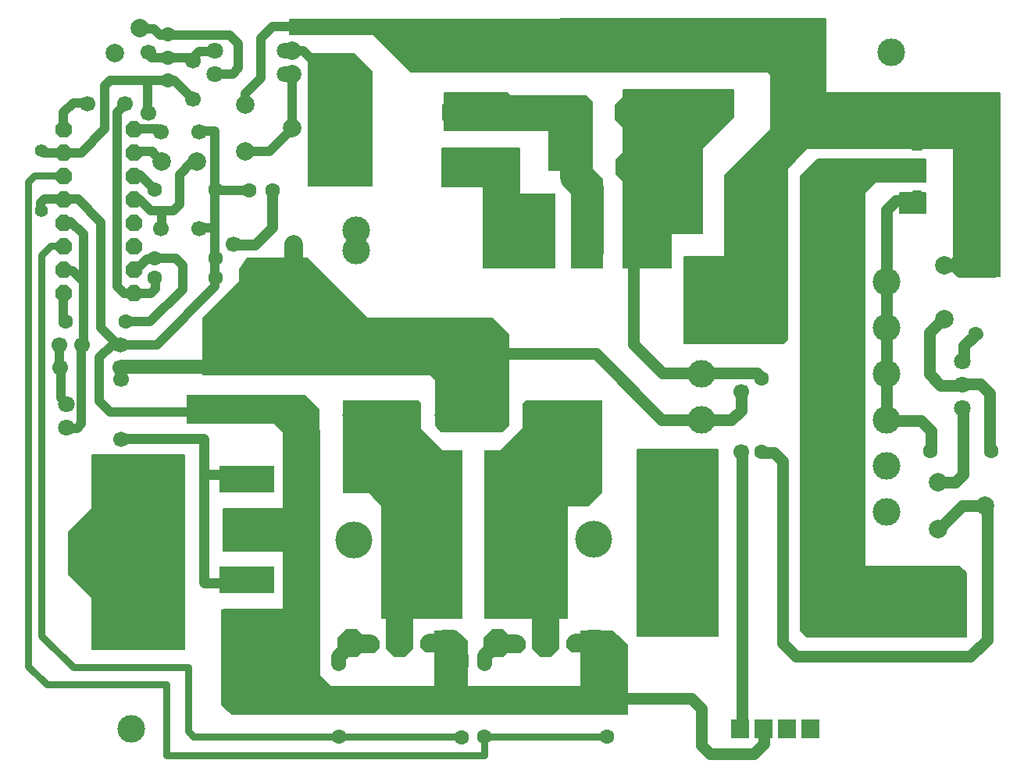
<source format=gbr>
%FSLAX34Y34*%
%MOMM*%
%LNSILK_TOP*%
G71*
G01*
%ADD10C, 4.00*%
%ADD11C, 1.80*%
%ADD12C, 3.00*%
%ADD13C, 2.50*%
%ADD14C, 2.00*%
%ADD15C, 0.00*%
%ADD16C, 5.00*%
%ADD17C, 1.30*%
%ADD18C, 2.00*%
%ADD19C, 3.50*%
%ADD20C, 3.00*%
%ADD21C, 0.22*%
%ADD22C, 0.15*%
%ADD23C, 1.70*%
%ADD24C, 1.60*%
%ADD25R, 9.90X9.90*%
%ADD26R, 6.00X3.00*%
%ADD27R, 5.00X4.00*%
%ADD28C, 1.10*%
%ADD29C, 3.50*%
%ADD30C, 1.60*%
%ADD31C, 3.00*%
%ADD32C, 3.00*%
%ADD33C, 1.60*%
%ADD34C, 0.10*%
%ADD35C, 1.70*%
%ADD36C, 1.40*%
%ADD37C, 1.60*%
%ADD38C, 1.00*%
%ADD39C, 2.00*%
%ADD40C, 1.50*%
%ADD41C, 1.80*%
%ADD42C, 0.80*%
%ADD43C, 1.20*%
%ADD44C, 2.00*%
%ADD45C, 1.80*%
%LPD*%
X359172Y-567928D02*
G54D10*
D03*
X619172Y-566928D02*
G54D10*
D03*
G36*
X1023176Y-671794D02*
X983176Y-671794D01*
X983176Y-631794D01*
X1023176Y-631794D01*
X1023176Y-671794D01*
G37*
G36*
X707676Y-671795D02*
X667676Y-671795D01*
X667676Y-631795D01*
X707676Y-631795D01*
X707676Y-671795D01*
G37*
X47856Y-420325D02*
G54D11*
D03*
X47856Y-445725D02*
G54D11*
D03*
X612066Y-431850D02*
G54D12*
D03*
X562066Y-431850D02*
G54D12*
D03*
X512066Y-431850D02*
G54D12*
D03*
X462066Y-431850D02*
G54D12*
D03*
X412066Y-431850D02*
G54D12*
D03*
X362066Y-431850D02*
G54D12*
D03*
X362066Y-253850D02*
G54D12*
D03*
X612066Y-431850D02*
G54D12*
D03*
X612066Y-253850D02*
G54D12*
D03*
X562066Y-253850D02*
G54D12*
D03*
X562066Y-231850D02*
G54D12*
D03*
X612066Y-231850D02*
G54D12*
D03*
X362066Y-231850D02*
G54D12*
D03*
G54D13*
X362066Y-431850D02*
X412066Y-431850D01*
G54D13*
X462066Y-431850D02*
X512066Y-431850D01*
G54D13*
X562066Y-431850D02*
X612066Y-431850D01*
G54D14*
X562066Y-253850D02*
X562066Y-231850D01*
G54D14*
X612066Y-253850D02*
X612066Y-231850D01*
G54D14*
X219075Y-365920D02*
X475061Y-365126D01*
X485775Y-375840D01*
X485775Y-431800D01*
X486569Y-432594D01*
G36*
X204788Y-375444D02*
X217885Y-388540D01*
X441722Y-388540D01*
X447278Y-394097D01*
X447278Y-443309D01*
X453628Y-449659D01*
X520700Y-449659D01*
X527447Y-442912D01*
X527447Y-344884D01*
X509588Y-327025D01*
X210741Y-327025D01*
X204788Y-332978D01*
X204788Y-375444D01*
G37*
G54D15*
X204788Y-375444D02*
X217885Y-388540D01*
X441722Y-388540D01*
X447278Y-394097D01*
X447278Y-443309D01*
X453628Y-449659D01*
X520700Y-449659D01*
X527447Y-442912D01*
X527447Y-344884D01*
X509588Y-327025D01*
X210741Y-327025D01*
X204788Y-332978D01*
X204788Y-375444D01*
X278610Y-287730D02*
G54D16*
D03*
G54D17*
X475060Y-162718D02*
X519906Y-162718D01*
X519510Y-216694D01*
X534194Y-231378D01*
X561975Y-231775D01*
G54D17*
X475060Y-103188D02*
X586581Y-103188D01*
X600472Y-117078D01*
X600472Y-174625D01*
X612378Y-186531D01*
X612378Y-232568D01*
X242005Y-145979D02*
G54D18*
D03*
X242005Y-95179D02*
G54D18*
D03*
X292804Y-120579D02*
G54D18*
D03*
G54D19*
X330200Y-162718D02*
X330200Y-103584D01*
G54D19*
X475059Y-102790D02*
X582216Y-102790D01*
X600075Y-120650D01*
X600075Y-173434D01*
X612378Y-185738D01*
X612378Y-254397D01*
G54D19*
X476250Y-162718D02*
X517922Y-162718D01*
X517525Y-211138D01*
X538559Y-232172D01*
X559594Y-232568D01*
X559594Y-254397D01*
X941788Y-38500D02*
G54D20*
D03*
X118270Y-772717D02*
G54D20*
D03*
G54D21*
X1047984Y-264258D02*
X1035540Y-258036D01*
X1047984Y-251814D01*
G54D21*
X1035540Y-247458D02*
X1047984Y-241236D01*
X1035540Y-235014D01*
G54D21*
X1040206Y-244970D02*
X1040206Y-237503D01*
G54D21*
X1035540Y-230658D02*
X1047984Y-230658D01*
X1035540Y-220703D01*
X1047984Y-220703D01*
G54D21*
X1037872Y-211368D02*
X1035540Y-205146D01*
G54D21*
X1045650Y-206391D02*
X1037872Y-206391D01*
X1036317Y-207636D01*
X1035540Y-210124D01*
X1035540Y-212613D01*
X1036317Y-215102D01*
X1037872Y-216346D01*
X1045650Y-216346D01*
X1047206Y-215102D01*
X1047984Y-212613D01*
X1047984Y-210124D01*
X1047206Y-207636D01*
X1045650Y-206391D01*
G54D21*
X1047984Y-200790D02*
X1037872Y-200790D01*
X1036317Y-199546D01*
X1035540Y-197057D01*
X1035540Y-194568D01*
X1036317Y-192080D01*
X1037872Y-190835D01*
X1047984Y-190835D01*
G54D21*
X1045650Y-176523D02*
X1037872Y-176523D01*
X1036317Y-177768D01*
X1035540Y-180256D01*
X1035540Y-182745D01*
X1036317Y-185234D01*
X1037872Y-186478D01*
X1045650Y-186478D01*
X1047206Y-185234D01*
X1047984Y-182745D01*
X1047984Y-180256D01*
X1047206Y-177768D01*
X1045650Y-176523D01*
G54D21*
X1037872Y-162211D02*
X1036317Y-163456D01*
X1035540Y-165944D01*
X1035540Y-168433D01*
X1036317Y-170922D01*
X1037872Y-172166D01*
X1045650Y-172166D01*
X1047206Y-170922D01*
X1047984Y-168433D01*
X1047984Y-165944D01*
X1047206Y-163456D01*
X1045650Y-162211D01*
G54D21*
X1037872Y-147899D02*
X1036317Y-149144D01*
X1035540Y-151632D01*
X1035540Y-154121D01*
X1036317Y-156610D01*
X1037872Y-157854D01*
X1045650Y-157854D01*
X1047206Y-156610D01*
X1047984Y-154121D01*
X1047984Y-151632D01*
X1047206Y-149144D01*
X1045650Y-147899D01*
G54D21*
X1047984Y-143542D02*
X1037872Y-143542D01*
X1036317Y-142298D01*
X1035540Y-139809D01*
X1035540Y-137320D01*
X1036317Y-134832D01*
X1037872Y-133587D01*
X1047984Y-133587D01*
G54D21*
X1045650Y-119275D02*
X1037872Y-119275D01*
X1036317Y-120520D01*
X1035540Y-123008D01*
X1035540Y-125497D01*
X1036317Y-127986D01*
X1037872Y-129230D01*
X1045650Y-129230D01*
X1047206Y-127986D01*
X1047984Y-125497D01*
X1047984Y-123008D01*
X1047206Y-120520D01*
X1045650Y-119275D01*
G54D21*
X1035540Y-114918D02*
X1047984Y-114918D01*
X1035540Y-104963D01*
X1047984Y-104963D01*
G54D21*
X1041762Y-95628D02*
X1041762Y-90651D01*
X1037872Y-90651D01*
X1036317Y-91896D01*
X1035540Y-94384D01*
X1035540Y-96873D01*
X1036317Y-99362D01*
X1037872Y-100606D01*
X1045650Y-100606D01*
X1047206Y-99362D01*
X1047984Y-96873D01*
X1047984Y-94384D01*
X1047206Y-91896D01*
X1045650Y-90651D01*
G36*
X305991Y-262334D02*
X305991Y-329803D01*
X252413Y-329803D01*
X252413Y-262334D01*
X305991Y-262334D01*
G37*
G54D22*
X305991Y-262334D02*
X305991Y-329803D01*
X252413Y-329803D01*
X252413Y-262334D01*
X305991Y-262334D01*
G54D14*
X662781Y-163116D02*
X662384Y-103584D01*
X41213Y-380369D02*
G54D23*
D03*
X106698Y-380369D02*
G54D23*
D03*
G36*
X495245Y-111546D02*
X483545Y-123246D01*
X466945Y-123246D01*
X455245Y-111546D01*
X455245Y-94946D01*
X466945Y-83246D01*
X483545Y-83246D01*
X495245Y-94946D01*
X495245Y-111546D01*
G37*
G36*
X350246Y-111546D02*
X338546Y-123246D01*
X321946Y-123246D01*
X310246Y-111546D01*
X310246Y-94946D01*
X321946Y-83246D01*
X338546Y-83246D01*
X350246Y-94946D01*
X350246Y-111546D01*
G37*
G36*
X495245Y-171077D02*
X483545Y-182777D01*
X466945Y-182777D01*
X455245Y-171077D01*
X455245Y-154477D01*
X466945Y-142777D01*
X483545Y-142777D01*
X495245Y-154477D01*
X495245Y-171077D01*
G37*
G36*
X350246Y-171077D02*
X338546Y-182777D01*
X321946Y-182777D01*
X310246Y-171077D01*
X310246Y-154477D01*
X321946Y-142777D01*
X338546Y-142777D01*
X350246Y-154477D01*
X350246Y-171077D01*
G37*
G36*
X682570Y-111546D02*
X670870Y-123246D01*
X654270Y-123246D01*
X642570Y-111546D01*
X642570Y-94946D01*
X654270Y-83246D01*
X670870Y-83246D01*
X682570Y-94946D01*
X682570Y-111546D01*
G37*
G36*
X537571Y-111546D02*
X525871Y-123246D01*
X509271Y-123246D01*
X497571Y-111546D01*
X497571Y-94946D01*
X509271Y-83246D01*
X525871Y-83246D01*
X537571Y-94946D01*
X537571Y-111546D01*
G37*
G36*
X682967Y-171077D02*
X671267Y-182777D01*
X654667Y-182777D01*
X642967Y-171077D01*
X642967Y-154477D01*
X654667Y-142777D01*
X671267Y-142777D01*
X682967Y-154477D01*
X682967Y-171077D01*
G37*
G36*
X537968Y-171077D02*
X526268Y-182777D01*
X509668Y-182777D01*
X497968Y-171077D01*
X497968Y-154477D01*
X509668Y-142777D01*
X526268Y-142777D01*
X537968Y-154477D01*
X537968Y-171077D01*
G37*
G36*
X959844Y-130839D02*
X965694Y-124989D01*
X973994Y-124989D01*
X979844Y-130839D01*
X979844Y-139139D01*
X973994Y-144989D01*
X965694Y-144989D01*
X959844Y-139139D01*
X959844Y-130839D01*
G37*
G36*
X959844Y-162590D02*
X965694Y-156740D01*
X973994Y-156740D01*
X979844Y-162590D01*
X979844Y-170890D01*
X973994Y-176740D01*
X965694Y-176740D01*
X959844Y-170890D01*
X959844Y-162590D01*
G37*
G36*
X959845Y-194338D02*
X965696Y-188490D01*
X973996Y-188490D01*
X979845Y-194342D01*
X979844Y-202642D01*
X973993Y-208490D01*
X965693Y-208490D01*
X959844Y-202638D01*
X959845Y-194338D01*
G37*
X271227Y-188014D02*
G54D24*
D03*
X245827Y-188014D02*
G54D24*
D03*
X294587Y-246832D02*
G54D23*
D03*
X229103Y-246832D02*
G54D23*
D03*
X999132Y-269676D02*
G54D18*
D03*
X999132Y-328017D02*
G54D18*
D03*
G36*
X538560Y-142875D02*
X538560Y-192484D01*
X577056Y-192484D01*
X577056Y-271860D01*
X499666Y-271860D01*
X499666Y-183753D01*
X454819Y-183753D01*
X454819Y-142875D01*
X538560Y-142875D01*
G37*
G54D22*
X538560Y-142875D02*
X538560Y-192484D01*
X577056Y-192484D01*
X577056Y-271860D01*
X499666Y-271860D01*
X499666Y-183753D01*
X454819Y-183753D01*
X454819Y-142875D01*
X538560Y-142875D01*
G36*
X569912Y-120253D02*
X570706Y-120253D01*
X570706Y-166290D01*
X595710Y-166290D01*
X595710Y-271860D01*
X629047Y-271860D01*
X629047Y-176609D01*
X628650Y-176609D01*
X617934Y-165894D01*
X617934Y-92472D01*
X611188Y-85725D01*
X529034Y-85725D01*
X525462Y-82153D01*
X457597Y-82153D01*
X457597Y-123428D01*
X570706Y-123428D01*
X570706Y-123825D01*
X569912Y-120253D01*
G37*
G54D22*
X569912Y-120253D02*
X570706Y-120253D01*
X570706Y-166290D01*
X595710Y-166290D01*
X595710Y-271860D01*
X629047Y-271860D01*
X629047Y-176609D01*
X628650Y-176609D01*
X617934Y-165894D01*
X617934Y-92472D01*
X611188Y-85725D01*
X529034Y-85725D01*
X525462Y-82153D01*
X457597Y-82153D01*
X457597Y-123428D01*
X570706Y-123428D01*
X570706Y-123825D01*
X569912Y-120253D01*
X125055Y-635944D02*
G54D25*
D03*
X243055Y-610444D02*
G54D26*
D03*
X257555Y-662444D02*
G54D27*
D03*
X125055Y-527200D02*
G54D25*
D03*
X243055Y-501700D02*
G54D26*
D03*
X257555Y-553700D02*
G54D27*
D03*
G36*
X215361Y-331281D02*
X223551Y-339471D01*
X223551Y-351091D01*
X215361Y-359281D01*
X203741Y-359281D01*
X195551Y-351091D01*
X195551Y-339471D01*
X203741Y-331281D01*
X215361Y-331281D01*
G37*
G36*
X215758Y-410657D02*
X223948Y-418847D01*
X223948Y-430467D01*
X215758Y-438657D01*
X204138Y-438657D01*
X195948Y-430467D01*
X195948Y-418847D01*
X204138Y-410657D01*
X215758Y-410657D01*
G37*
G54D14*
X255588Y-553641D02*
X312738Y-550069D01*
X312738Y-740172D01*
X313134Y-740570D01*
X644922Y-740966D01*
G54D14*
X254397Y-664766D02*
X311150Y-664766D01*
G54D14*
X209550Y-425450D02*
X288131Y-425450D01*
X312738Y-450056D01*
X312738Y-573484D01*
G54D28*
X197247Y-496888D02*
X250031Y-496888D01*
X250031Y-497284D01*
X753666Y-96838D02*
G54D29*
D03*
X828666Y-96838D02*
G54D29*
D03*
X343297Y-49212D02*
G54D18*
D03*
X463297Y-49212D02*
G54D18*
D03*
G54D17*
X342503Y-49610D02*
X321072Y-71040D01*
G54D17*
X329803Y-103188D02*
X329803Y-63500D01*
G54D17*
X753269Y-96044D02*
X663972Y-96044D01*
X663575Y-95647D01*
G54D17*
X827881Y-94853D02*
X827881Y-15081D01*
X824706Y-11906D01*
X456803Y-11906D01*
X455612Y-13097D01*
G54D17*
X970360Y-167084D02*
X878284Y-165497D01*
X869950Y-173038D01*
X870347Y-593328D01*
X926306Y-649288D01*
X1001712Y-650876D01*
X1005681Y-654844D01*
G54D17*
X662781Y-162719D02*
X662781Y-355203D01*
X694134Y-386556D01*
X796131Y-386556D01*
X801290Y-391716D01*
G54D14*
X736600Y-486569D02*
X736203Y-634206D01*
X717947Y-652462D01*
X690562Y-652462D01*
G54D17*
X828675Y-96838D02*
X1053306Y-96838D01*
X1053306Y-270272D01*
X998538Y-270272D01*
G54D17*
X969962Y-135334D02*
X969962Y-96838D01*
G54D17*
X736203Y-336947D02*
X736203Y-285750D01*
X800894Y-285750D01*
X984694Y-471190D02*
G54D30*
D03*
X1050178Y-471190D02*
G54D30*
D03*
G54D17*
X704056Y-206772D02*
X704056Y-205978D01*
X663972Y-205978D01*
G54D17*
X769144Y-206772D02*
X801290Y-206772D01*
G36*
X979090Y-178990D02*
X925116Y-178990D01*
X913210Y-190897D01*
X913210Y-596106D01*
X1015603Y-596106D01*
X1023144Y-603647D01*
X1023144Y-672306D01*
X850106Y-672306D01*
X843360Y-665560D01*
X843360Y-173434D01*
X862410Y-154384D01*
X979090Y-154384D01*
X979090Y-178990D01*
G37*
G54D22*
X979090Y-178990D02*
X925116Y-178990D01*
X913210Y-190897D01*
X913210Y-596106D01*
X1015603Y-596106D01*
X1023144Y-603647D01*
X1023144Y-672306D01*
X850106Y-672306D01*
X843360Y-665560D01*
X843360Y-173434D01*
X862410Y-154384D01*
X979090Y-154384D01*
X979090Y-178990D01*
G36*
X289719Y-2778D02*
X289719Y-18653D01*
X380603Y-18653D01*
X421481Y-59531D01*
X808038Y-59531D01*
X811610Y-63103D01*
X811610Y-122634D01*
X762000Y-172244D01*
X762000Y-260350D01*
X717947Y-260350D01*
X717947Y-354012D01*
X825500Y-354012D01*
X829072Y-350440D01*
X829072Y-164306D01*
X850503Y-142875D01*
X1009650Y-142875D01*
X1009650Y-275034D01*
X1016397Y-281781D01*
X1059260Y-281781D01*
X1059260Y-82550D01*
X871140Y-82550D01*
X871140Y-2381D01*
X289719Y-2778D01*
G37*
G54D22*
X289719Y-2778D02*
X289719Y-18653D01*
X380603Y-18653D01*
X421481Y-59531D01*
X808038Y-59531D01*
X811610Y-63103D01*
X811610Y-122634D01*
X762000Y-172244D01*
X762000Y-260350D01*
X717947Y-260350D01*
X717947Y-354012D01*
X825500Y-354012D01*
X829072Y-350440D01*
X829072Y-164306D01*
X850503Y-142875D01*
X1009650Y-142875D01*
X1009650Y-275034D01*
X1016397Y-281781D01*
X1059260Y-281781D01*
X1059260Y-82550D01*
X871140Y-82550D01*
X871140Y-2381D01*
X289719Y-2778D01*
G36*
X717153Y-469106D02*
X666750Y-469106D01*
X666750Y-671910D01*
X754062Y-671910D01*
X754062Y-469106D01*
X717153Y-469106D01*
G37*
G54D22*
X717153Y-469106D02*
X666750Y-469106D01*
X666750Y-671910D01*
X754062Y-671910D01*
X754062Y-469106D01*
X717153Y-469106D01*
G36*
X654050Y-83344D02*
X654050Y-84138D01*
X651272Y-86916D01*
X651272Y-272256D01*
X703262Y-272256D01*
X703262Y-234950D01*
X737394Y-234950D01*
X737394Y-142875D01*
X771128Y-109140D01*
X771128Y-79375D01*
X651272Y-79375D01*
X651272Y-87710D01*
X654050Y-83344D01*
G37*
G54D22*
X654050Y-83344D02*
X654050Y-84138D01*
X651272Y-86916D01*
X651272Y-272256D01*
X703262Y-272256D01*
X703262Y-234950D01*
X737394Y-234950D01*
X737394Y-142875D01*
X771128Y-109140D01*
X771128Y-79375D01*
X651272Y-79375D01*
X651272Y-87710D01*
X654050Y-83344D01*
X874313Y-176613D02*
G54D31*
D03*
X691748Y-131370D02*
G54D31*
D03*
G54D14*
X969566Y-166688D02*
X874316Y-166688D01*
G54D32*
X874712Y-169069D02*
X874712Y-586184D01*
X940594Y-652066D01*
X1002903Y-652066D01*
G54D14*
X735806Y-336550D02*
X735806Y-288528D01*
X769938Y-288528D01*
X794147Y-264319D01*
X794147Y-159544D01*
X828278Y-125412D01*
X828278Y-30162D01*
X462756Y-30162D01*
X462756Y-49610D01*
G54D14*
X969962Y-133747D02*
X969962Y-100012D01*
X828278Y-100012D01*
G54D14*
X753666Y-97234D02*
X665956Y-97234D01*
G36*
X710406Y-95250D02*
X710406Y-182960D01*
X654447Y-182960D01*
X654447Y-99219D01*
X704850Y-99219D01*
X710406Y-104775D01*
X710406Y-95250D01*
G37*
G54D22*
X710406Y-95250D02*
X710406Y-182960D01*
X654447Y-182960D01*
X654447Y-99219D01*
X704850Y-99219D01*
X710406Y-104775D01*
X710406Y-95250D01*
G36*
X310356Y-40481D02*
X359569Y-40481D01*
X378619Y-59531D01*
X378619Y-183356D01*
X310356Y-183356D01*
X310356Y-40481D01*
G37*
G54D22*
X310356Y-40481D02*
X359569Y-40481D01*
X378619Y-59531D01*
X378619Y-183356D01*
X310356Y-183356D01*
X310356Y-40481D01*
G54D14*
X330597Y-163116D02*
X330597Y-62706D01*
X343297Y-49212D01*
G36*
X175419Y-475060D02*
X175419Y-685800D01*
X75406Y-685800D01*
X75406Y-475060D01*
X175419Y-475060D01*
G37*
G54D22*
X175419Y-475060D02*
X175419Y-685800D01*
X75406Y-685800D01*
X75406Y-475060D01*
X175419Y-475060D01*
G54D28*
X197247Y-460375D02*
X197247Y-614362D01*
X237728Y-614362D01*
G54D32*
X209550Y-424656D02*
X284956Y-424656D01*
X304800Y-444500D01*
X304800Y-730647D01*
X315119Y-740966D01*
X639366Y-740569D01*
G36*
X217884Y-534194D02*
X291306Y-534194D01*
X291306Y-579438D01*
X217884Y-579438D01*
X217884Y-534194D01*
G37*
G54D22*
X217884Y-534194D02*
X291306Y-534194D01*
X291306Y-579438D01*
X217884Y-579438D01*
X217884Y-534194D01*
G36*
X217884Y-642938D02*
X291306Y-642938D01*
X291306Y-688181D01*
X217884Y-688181D01*
X217884Y-642938D01*
G37*
G54D22*
X217884Y-642938D02*
X291306Y-642938D01*
X291306Y-688181D01*
X217884Y-688181D01*
X217884Y-642938D01*
X74220Y-581810D02*
G54D16*
D03*
G54D22*
X50006Y-604440D02*
X50006Y-559197D01*
X75406Y-533797D01*
X75406Y-629444D01*
X75010Y-629840D01*
X50006Y-604838D01*
G36*
X50006Y-559197D02*
X75406Y-533797D01*
X75406Y-630238D01*
X50006Y-604838D01*
X50006Y-559197D01*
G37*
G54D22*
X50006Y-559197D02*
X75406Y-533797D01*
X75406Y-630238D01*
X50006Y-604838D01*
X50006Y-559197D01*
G36*
X477019Y-686080D02*
X468244Y-694854D01*
X455794Y-694854D01*
X447019Y-686080D01*
X447019Y-673630D01*
X455794Y-664854D01*
X468244Y-664854D01*
X477019Y-673630D01*
X477019Y-686080D01*
G37*
G36*
X423837Y-685682D02*
X415062Y-694458D01*
X402612Y-694458D01*
X393837Y-685682D01*
X393837Y-673232D01*
X402612Y-664458D01*
X415062Y-664458D01*
X423837Y-673232D01*
X423837Y-685682D01*
G37*
G36*
X371847Y-685682D02*
X363072Y-694458D01*
X350622Y-694458D01*
X341847Y-685682D01*
X341847Y-673232D01*
X350622Y-664458D01*
X363072Y-664458D01*
X371847Y-673232D01*
X371847Y-685682D01*
G37*
G36*
X367027Y-676488D02*
X372877Y-670638D01*
X381177Y-670638D01*
X387027Y-676488D01*
X387027Y-684788D01*
X381177Y-690638D01*
X372877Y-690638D01*
X367027Y-684788D01*
X367027Y-676488D01*
G37*
G36*
X431717Y-675694D02*
X437567Y-669844D01*
X445867Y-669844D01*
X451717Y-675694D01*
X451717Y-683994D01*
X445867Y-689844D01*
X437567Y-689844D01*
X431717Y-683994D01*
X431717Y-675694D01*
G37*
G36*
X635372Y-686080D02*
X626597Y-694854D01*
X614147Y-694854D01*
X605372Y-686080D01*
X605372Y-673630D01*
X614147Y-664854D01*
X626597Y-664854D01*
X635372Y-673630D01*
X635372Y-686080D01*
G37*
G36*
X582190Y-685683D02*
X573415Y-694458D01*
X560965Y-694458D01*
X552190Y-685683D01*
X552190Y-673233D01*
X560965Y-664458D01*
X573415Y-664458D01*
X582190Y-673233D01*
X582190Y-685683D01*
G37*
G36*
X530200Y-685683D02*
X521425Y-694458D01*
X508975Y-694458D01*
X500200Y-685683D01*
X500200Y-673233D01*
X508975Y-664458D01*
X521425Y-664458D01*
X530200Y-673233D01*
X530200Y-685683D01*
G37*
G36*
X525380Y-676488D02*
X531230Y-670638D01*
X539530Y-670638D01*
X545380Y-676488D01*
X545380Y-684788D01*
X539530Y-690638D01*
X531230Y-690638D01*
X525380Y-684788D01*
X525380Y-676488D01*
G37*
G36*
X590070Y-675694D02*
X595920Y-669844D01*
X604220Y-669844D01*
X610070Y-675694D01*
X610070Y-683994D01*
X604220Y-689844D01*
X595920Y-689844D01*
X590070Y-683994D01*
X590070Y-675694D01*
G37*
X342990Y-701184D02*
G54D30*
D03*
X342990Y-781352D02*
G54D30*
D03*
X475943Y-701977D02*
G54D30*
D03*
X475943Y-782146D02*
G54D30*
D03*
X500946Y-701183D02*
G54D30*
D03*
X500946Y-781352D02*
G54D30*
D03*
X633899Y-701183D02*
G54D30*
D03*
X633899Y-781352D02*
G54D30*
D03*
G54D14*
X377031Y-680640D02*
X354012Y-680640D01*
G54D14*
X441722Y-679847D02*
X462756Y-679847D01*
G54D14*
X535384Y-680640D02*
X516334Y-680640D01*
G54D14*
X600075Y-679847D02*
X621903Y-679847D01*
G54D33*
X342900Y-701278D02*
X342900Y-693738D01*
X356790Y-679847D01*
G54D33*
X500856Y-701278D02*
X500856Y-693340D01*
X514747Y-679450D01*
G54D33*
X475853Y-702072D02*
X475853Y-693738D01*
X462360Y-680244D01*
G54D33*
X633810Y-701278D02*
X633810Y-692944D01*
X620712Y-679847D01*
G54D33*
X408781Y-679450D02*
X408781Y-457597D01*
X385366Y-434181D01*
G54D33*
X567134Y-679450D02*
X567134Y-452834D01*
X588169Y-431800D01*
G36*
X429022Y-416322D02*
X431403Y-418703D01*
X431403Y-446881D01*
X454819Y-470297D01*
X476647Y-470297D01*
X476647Y-652462D01*
X389334Y-652462D01*
X389334Y-530225D01*
X375444Y-516334D01*
X347266Y-516334D01*
X347266Y-416322D01*
X429022Y-416322D01*
G37*
G54D34*
X429022Y-416322D02*
X431403Y-418703D01*
X431403Y-446881D01*
X454819Y-470297D01*
X476647Y-470297D01*
X476647Y-652462D01*
X389334Y-652462D01*
X389334Y-530225D01*
X375444Y-516334D01*
X347266Y-516334D01*
X347266Y-416322D01*
X429022Y-416322D01*
G54D34*
X554831Y-416322D02*
X627460Y-416322D01*
X627460Y-515938D01*
X613172Y-530225D01*
X591344Y-530225D01*
X590550Y-529431D01*
X591344Y-530225D01*
X590550Y-530225D01*
X590550Y-652066D01*
X500856Y-652066D01*
X500856Y-470297D01*
X518319Y-470297D01*
X542528Y-446088D01*
X542528Y-419497D01*
X545703Y-416322D01*
X556419Y-416322D01*
G36*
X542528Y-419497D02*
X545703Y-416322D01*
X627460Y-416322D01*
X627460Y-515938D01*
X613172Y-530225D01*
X590550Y-530225D01*
X590550Y-652066D01*
X500856Y-652066D01*
X500856Y-470297D01*
X518319Y-470297D01*
X542528Y-446088D01*
X542528Y-419497D01*
X545703Y-416322D01*
X542528Y-419497D01*
G37*
G54D34*
X542528Y-419497D02*
X545703Y-416322D01*
X627460Y-416322D01*
X627460Y-515938D01*
X613172Y-530225D01*
X590550Y-530225D01*
X590550Y-652066D01*
X500856Y-652066D01*
X500856Y-470297D01*
X518319Y-470297D01*
X542528Y-446088D01*
X542528Y-419497D01*
X545703Y-416322D01*
X542528Y-419497D01*
G54D32*
X408781Y-679450D02*
X408781Y-431800D01*
G54D32*
X567134Y-679450D02*
X567134Y-433388D01*
G36*
X393700Y-652462D02*
X389334Y-652462D01*
X389334Y-446881D01*
X347266Y-446881D01*
X347266Y-416322D01*
X427038Y-416322D01*
X427038Y-652462D01*
X389334Y-652462D01*
X393700Y-652462D01*
G37*
G54D34*
X393700Y-652462D02*
X389334Y-652462D01*
X389334Y-446881D01*
X347266Y-446881D01*
X347266Y-416322D01*
X427038Y-416322D01*
X427038Y-652462D01*
X389334Y-652462D01*
X393700Y-652462D01*
G36*
X582612Y-652066D02*
X588962Y-652066D01*
X588962Y-446881D01*
X627460Y-446881D01*
X627460Y-416322D01*
X547290Y-416322D01*
X547290Y-652066D01*
X588962Y-652066D01*
X582612Y-652066D01*
G37*
G54D34*
X582612Y-652066D02*
X588962Y-652066D01*
X588962Y-446881D01*
X627460Y-446881D01*
X627460Y-416322D01*
X547290Y-416322D01*
X547290Y-652066D01*
X588962Y-652066D01*
X582612Y-652066D01*
G36*
X178594Y-410369D02*
X178594Y-440928D01*
X271860Y-440928D01*
X282178Y-451247D01*
X282178Y-642938D01*
X215900Y-642938D01*
X215900Y-746125D01*
X226219Y-756444D01*
X655638Y-756444D01*
X655638Y-681434D01*
X639762Y-665560D01*
X604838Y-665560D01*
X604838Y-725884D01*
X481806Y-725884D01*
X481806Y-676672D01*
X470694Y-665560D01*
X446484Y-665560D01*
X446484Y-725884D01*
X333772Y-725884D01*
X321072Y-713184D01*
X321072Y-425053D01*
X306388Y-410369D01*
X178594Y-410369D01*
G37*
G54D34*
X178594Y-410369D02*
X178594Y-440928D01*
X271860Y-440928D01*
X282178Y-451247D01*
X282178Y-642938D01*
X215900Y-642938D01*
X215900Y-746125D01*
X226219Y-756444D01*
X655638Y-756444D01*
X655638Y-681434D01*
X639762Y-665560D01*
X604838Y-665560D01*
X604838Y-725884D01*
X481806Y-725884D01*
X481806Y-676672D01*
X470694Y-665560D01*
X446484Y-665560D01*
X446484Y-725884D01*
X333772Y-725884D01*
X321072Y-713184D01*
X321072Y-425053D01*
X306388Y-410369D01*
X178594Y-410369D01*
G36*
X979090Y-154384D02*
X979090Y-178990D01*
X925116Y-178990D01*
X875903Y-228203D01*
X843360Y-195660D01*
X843360Y-173831D01*
X862806Y-154384D01*
X979090Y-154384D01*
G37*
G54D22*
X979090Y-154384D02*
X979090Y-178990D01*
X925116Y-178990D01*
X875903Y-228203D01*
X843360Y-195660D01*
X843360Y-173831D01*
X862806Y-154384D01*
X979090Y-154384D01*
G36*
X951310Y-190500D02*
X951310Y-213122D01*
X979090Y-213122D01*
X979090Y-190500D01*
X951310Y-190500D01*
G37*
G54D22*
X951310Y-190500D02*
X951310Y-213122D01*
X979090Y-213122D01*
X979090Y-190500D01*
X951310Y-190500D01*
G36*
X130396Y-303466D02*
X125130Y-308732D01*
X117660Y-308732D01*
X112396Y-303466D01*
X112396Y-295996D01*
X117660Y-290732D01*
X125130Y-290732D01*
X130396Y-295996D01*
X130396Y-303466D01*
G37*
G36*
X130396Y-278066D02*
X125131Y-283332D01*
X117661Y-283332D01*
X112396Y-278066D01*
X112396Y-270596D01*
X117661Y-265332D01*
X125131Y-265332D01*
X130396Y-270596D01*
X130396Y-278066D01*
G37*
G36*
X130396Y-252667D02*
X125130Y-257932D01*
X117660Y-257932D01*
X112396Y-252667D01*
X112396Y-245197D01*
X117660Y-239932D01*
X125130Y-239932D01*
X130396Y-245197D01*
X130396Y-252667D01*
G37*
G36*
X130396Y-227266D02*
X125130Y-232532D01*
X117660Y-232532D01*
X112396Y-227266D01*
X112396Y-219796D01*
X117660Y-214532D01*
X125130Y-214532D01*
X130396Y-219796D01*
X130396Y-227266D01*
G37*
G36*
X54196Y-303467D02*
X48931Y-308732D01*
X41461Y-308732D01*
X36196Y-303467D01*
X36196Y-295997D01*
X41461Y-290732D01*
X48931Y-290732D01*
X54196Y-295997D01*
X54196Y-303467D01*
G37*
G36*
X54196Y-278066D02*
X48930Y-283332D01*
X41460Y-283332D01*
X36196Y-278066D01*
X36196Y-270596D01*
X41460Y-265332D01*
X48930Y-265332D01*
X54196Y-270596D01*
X54196Y-278066D01*
G37*
G36*
X54196Y-252667D02*
X48930Y-257932D01*
X41460Y-257932D01*
X36196Y-252667D01*
X36196Y-245197D01*
X41460Y-239932D01*
X48930Y-239932D01*
X54196Y-245197D01*
X54196Y-252667D01*
G37*
G36*
X54196Y-227266D02*
X48930Y-232532D01*
X41460Y-232532D01*
X36196Y-227266D01*
X36196Y-219796D01*
X41460Y-214532D01*
X48930Y-214532D01*
X54196Y-219796D01*
X54196Y-227266D01*
G37*
G36*
X130396Y-201866D02*
X125131Y-207132D01*
X117661Y-207132D01*
X112396Y-201866D01*
X112396Y-194396D01*
X117661Y-189132D01*
X125131Y-189132D01*
X130396Y-194396D01*
X130396Y-201866D01*
G37*
G36*
X54196Y-201866D02*
X48930Y-207132D01*
X41460Y-207132D01*
X36196Y-201866D01*
X36196Y-194396D01*
X41460Y-189132D01*
X48930Y-189132D01*
X54196Y-194396D01*
X54196Y-201866D01*
G37*
G36*
X130396Y-176466D02*
X125131Y-181732D01*
X117661Y-181732D01*
X112396Y-176466D01*
X112396Y-168996D01*
X117661Y-163732D01*
X125131Y-163732D01*
X130396Y-168996D01*
X130396Y-176466D01*
G37*
G36*
X130396Y-151066D02*
X125130Y-156332D01*
X117660Y-156332D01*
X112396Y-151066D01*
X112396Y-143596D01*
X117660Y-138332D01*
X125130Y-138332D01*
X130396Y-143596D01*
X130396Y-151066D01*
G37*
G36*
X54196Y-176466D02*
X48930Y-181732D01*
X41460Y-181732D01*
X36196Y-176466D01*
X36196Y-168996D01*
X41460Y-163732D01*
X48930Y-163732D01*
X54196Y-168996D01*
X54196Y-176466D01*
G37*
G36*
X54196Y-151066D02*
X48931Y-156332D01*
X41461Y-156332D01*
X36196Y-151066D01*
X36196Y-143596D01*
X41461Y-138332D01*
X48931Y-138332D01*
X54196Y-143596D01*
X54196Y-151066D01*
G37*
G36*
X130396Y-125666D02*
X125131Y-130932D01*
X117661Y-130932D01*
X112396Y-125666D01*
X112396Y-118196D01*
X117661Y-112932D01*
X125131Y-112932D01*
X130396Y-118196D01*
X130396Y-125666D01*
G37*
G36*
X54196Y-125666D02*
X48931Y-130932D01*
X41461Y-130932D01*
X36196Y-125666D01*
X36196Y-118196D01*
X41461Y-112932D01*
X48931Y-112932D01*
X54196Y-118196D01*
X54196Y-125666D01*
G37*
X150526Y-125122D02*
G54D35*
D03*
X191800Y-125122D02*
G54D35*
D03*
X150526Y-229500D02*
G54D35*
D03*
X191801Y-229500D02*
G54D35*
D03*
X46976Y-330657D02*
G54D30*
D03*
X112460Y-330657D02*
G54D30*
D03*
X20385Y-210800D02*
G54D36*
D03*
X20385Y-145316D02*
G54D36*
D03*
X143788Y-283574D02*
G54D30*
D03*
X209272Y-283574D02*
G54D30*
D03*
X70357Y-94166D02*
G54D35*
D03*
X111632Y-94166D02*
G54D35*
D03*
X158088Y-19148D02*
G54D37*
D03*
X158088Y-44148D02*
G54D37*
D03*
X158088Y-69148D02*
G54D37*
D03*
X64800Y-355706D02*
G54D35*
D03*
X106076Y-355706D02*
G54D35*
D03*
G54D38*
X106760Y-380206D02*
X106760Y-394890D01*
G54D28*
X197247Y-460375D02*
X197247Y-457994D01*
X107156Y-457994D01*
G54D38*
X64294Y-356394D02*
X64294Y-441722D01*
X59531Y-446484D01*
X48022Y-446484D01*
X47625Y-446088D01*
G54D38*
X106362Y-355600D02*
X97631Y-355600D01*
X83344Y-369888D01*
X83344Y-416719D01*
X95647Y-429022D01*
X212725Y-429022D01*
X216694Y-432990D01*
G54D38*
X41672Y-381000D02*
X41672Y-413940D01*
X48022Y-420290D01*
G54D38*
X105966Y-355600D02*
X146050Y-355600D01*
X208756Y-292894D01*
X208756Y-124222D01*
X143788Y-261746D02*
G54D30*
D03*
X209272Y-261746D02*
G54D30*
D03*
X143788Y-187133D02*
G54D30*
D03*
X209272Y-187133D02*
G54D30*
D03*
X151306Y-157446D02*
G54D39*
D03*
X189405Y-157446D02*
G54D39*
D03*
G54D38*
X121444Y-300038D02*
X138906Y-300038D01*
X144066Y-294878D01*
X144066Y-283766D01*
G54D38*
X121840Y-275431D02*
X122634Y-275431D01*
X134938Y-263128D01*
X143272Y-263128D01*
X143669Y-262731D01*
G54D38*
X121840Y-198040D02*
X126206Y-198040D01*
X138906Y-210740D01*
X147638Y-210740D01*
X150812Y-213916D01*
X150812Y-228600D01*
X150416Y-228997D01*
G54D38*
X191690Y-229394D02*
X207962Y-229394D01*
G54D38*
X121840Y-171450D02*
X127794Y-171450D01*
X143669Y-187325D01*
G54D38*
X121444Y-146447D02*
X140890Y-146447D01*
X150416Y-157560D01*
G54D38*
X149225Y-125412D02*
X149225Y-123825D01*
X146844Y-121444D01*
X123428Y-121444D01*
X123031Y-121840D01*
G54D38*
X191294Y-123825D02*
X208756Y-123825D01*
G54D38*
X70247Y-93266D02*
X55166Y-93266D01*
X44847Y-103584D01*
X44847Y-122634D01*
X46038Y-123825D01*
G54D38*
X111522Y-94853D02*
X111522Y-95250D01*
X103188Y-103584D01*
X103188Y-292894D01*
X110331Y-300038D01*
X125016Y-300038D01*
G54D38*
X44450Y-221853D02*
X51990Y-221853D01*
X66278Y-236140D01*
X66278Y-357584D01*
X65881Y-357981D01*
G54D38*
X45640Y-275431D02*
X54372Y-275431D01*
X66278Y-287338D01*
G54D38*
X44847Y-299640D02*
X44847Y-329010D01*
X47228Y-331390D01*
G54D38*
X144066Y-262334D02*
X166290Y-262334D01*
X173831Y-269875D01*
X173831Y-295672D01*
X138510Y-330994D01*
X112712Y-330994D01*
G54D38*
X45244Y-147638D02*
X23019Y-147638D01*
X20240Y-144860D01*
G54D38*
X19844Y-211138D02*
X19844Y-202010D01*
X24210Y-197644D01*
X45244Y-197644D01*
X46434Y-198834D01*
G54D38*
X46038Y-198040D02*
X60325Y-198040D01*
X85328Y-223044D01*
X85328Y-337344D01*
X101997Y-354012D01*
G54D40*
X107950Y-379810D02*
X451644Y-379810D01*
X206772Y-379810D01*
X100193Y-39438D02*
G54D39*
D03*
X127134Y-12498D02*
G54D39*
D03*
X284876Y-62240D02*
G54D41*
D03*
X284876Y-36840D02*
G54D41*
D03*
X208676Y-62240D02*
G54D41*
D03*
X208676Y-36840D02*
G54D41*
D03*
G54D38*
X158353Y-44450D02*
X184944Y-44450D01*
X192088Y-37306D01*
X210740Y-37306D01*
G54D38*
X158750Y-19844D02*
X225028Y-19844D01*
X234156Y-28972D01*
X234156Y-55562D01*
X227806Y-61912D01*
X209153Y-61912D01*
X185450Y-48128D02*
G54D35*
D03*
X185450Y-89403D02*
G54D35*
D03*
G54D38*
X158353Y-68660D02*
X164306Y-68660D01*
X186134Y-90488D01*
G54D38*
X159544Y-68660D02*
X95647Y-68660D01*
X89694Y-74612D01*
X89694Y-121840D01*
X63897Y-147638D01*
X46038Y-147638D01*
X45640Y-148034D01*
G54D38*
X158353Y-44450D02*
X140097Y-44450D01*
X136525Y-40878D01*
G54D38*
X136128Y-104775D02*
X136128Y-69453D01*
G54D38*
X158750Y-19844D02*
X149622Y-19844D01*
X142478Y-12700D01*
X128588Y-12700D01*
X127000Y-14288D01*
G54D38*
X285353Y-36512D02*
X304006Y-36512D01*
X323056Y-55562D01*
G54D38*
X241697Y-146050D02*
X268288Y-146050D01*
X292894Y-121444D01*
X292894Y-69453D01*
X285353Y-61912D01*
G54D38*
X241697Y-95647D02*
X241697Y-83344D01*
X258762Y-66278D01*
X258762Y-23416D01*
X271462Y-10716D01*
X337344Y-10716D01*
X337740Y-10319D01*
G54D42*
X45640Y-172244D02*
X13494Y-172244D01*
X6350Y-179388D01*
X6350Y-704453D01*
X26590Y-724694D01*
X155972Y-724694D01*
X155972Y-801290D01*
X501253Y-801290D01*
X501253Y-781447D01*
X634603Y-781447D01*
G54D42*
X45244Y-248840D02*
X30956Y-248840D01*
X21034Y-258762D01*
X21034Y-671910D01*
X55166Y-706040D01*
X179784Y-706040D01*
X179784Y-775494D01*
X185738Y-781447D01*
G54D42*
X475853Y-781447D02*
X185738Y-781447D01*
X184547Y-780256D01*
G36*
X251619Y-261540D02*
X308769Y-261540D01*
X373856Y-326628D01*
X509588Y-326628D01*
X527447Y-344488D01*
X527447Y-388540D01*
X195262Y-388540D01*
X195262Y-326628D01*
X234950Y-286940D01*
X234950Y-273844D01*
X243681Y-261540D01*
X254000Y-261540D01*
X251619Y-261540D01*
G37*
G54D15*
X251619Y-261540D02*
X308769Y-261540D01*
X373856Y-326628D01*
X509588Y-326628D01*
X527447Y-344488D01*
X527447Y-388540D01*
X195262Y-388540D01*
X195262Y-326628D01*
X234950Y-286940D01*
X234950Y-273844D01*
X243681Y-261540D01*
X254000Y-261540D01*
X251619Y-261540D01*
G36*
X195262Y-326628D02*
X243681Y-326628D01*
X243681Y-261540D01*
X243681Y-326628D01*
X509588Y-326628D01*
X195262Y-326628D01*
G37*
G54D15*
X195262Y-326628D02*
X243681Y-326628D01*
X243681Y-261540D01*
X243681Y-326628D01*
X509588Y-326628D01*
X195262Y-326628D01*
G54D14*
X294481Y-246856D02*
X294481Y-294878D01*
G54D43*
X271066Y-188119D02*
X271066Y-229394D01*
X252810Y-247650D01*
X230188Y-247650D01*
X229790Y-248047D01*
G54D38*
X245666Y-188516D02*
X209947Y-188516D01*
X136557Y-38658D02*
G54D35*
D03*
X136557Y-104142D02*
G54D35*
D03*
G54D38*
X188912Y-157560D02*
X183753Y-157560D01*
X170260Y-171053D01*
X170260Y-203994D01*
X163512Y-210740D01*
X143272Y-210740D01*
X106904Y-458450D02*
G54D23*
D03*
X106904Y-392966D02*
G54D23*
D03*
X800984Y-392018D02*
G54D30*
D03*
X800984Y-472186D02*
G54D30*
D03*
X707560Y-206972D02*
G54D30*
D03*
X787730Y-206972D02*
G54D30*
D03*
G36*
X548481Y-192088D02*
X577453Y-192088D01*
X577453Y-272256D01*
X545306Y-272256D01*
X545306Y-192088D01*
X554434Y-192088D01*
X548481Y-192088D01*
G37*
G54D15*
X548481Y-192088D02*
X577453Y-192088D01*
X577453Y-272256D01*
X545306Y-272256D01*
X545306Y-192088D01*
X554434Y-192088D01*
X548481Y-192088D01*
G36*
X599678Y-192088D02*
X628650Y-192088D01*
X628650Y-272256D01*
X596503Y-272256D01*
X596503Y-192088D01*
X605631Y-192088D01*
X599678Y-192088D01*
G37*
G54D15*
X599678Y-192088D02*
X628650Y-192088D01*
X628650Y-272256D01*
X596503Y-272256D01*
X596503Y-192088D01*
X605631Y-192088D01*
X599678Y-192088D01*
X40481Y-355600D02*
G54D35*
D03*
G54D38*
X40481Y-355600D02*
X40481Y-379016D01*
X42069Y-380603D01*
X633412Y-49610D02*
G54D18*
D03*
G54D14*
X633412Y-49610D02*
X633412Y-32147D01*
X292252Y-36886D02*
G54D44*
D03*
X292252Y-62286D02*
G54D44*
D03*
X736600Y-537314D02*
G54D12*
D03*
X736600Y-487307D02*
G54D12*
D03*
X736600Y-437301D02*
G54D12*
D03*
X736600Y-387295D02*
G54D12*
D03*
X736600Y-287282D02*
G54D12*
D03*
X736600Y-337288D02*
G54D12*
D03*
X936624Y-537314D02*
G54D12*
D03*
X936624Y-487307D02*
G54D12*
D03*
X936624Y-437301D02*
G54D12*
D03*
X936624Y-387295D02*
G54D12*
D03*
X936625Y-287282D02*
G54D12*
D03*
X936624Y-337288D02*
G54D12*
D03*
G54D17*
X998538Y-270272D02*
X1010840Y-270272D01*
X1016794Y-276225D01*
X1052910Y-276225D01*
G54D17*
X998538Y-270272D02*
X1007269Y-270272D01*
X1017588Y-259953D01*
X1033552Y-264224D02*
G54D30*
D03*
X1033552Y-344393D02*
G54D30*
D03*
G54D17*
X1035050Y-344090D02*
X1033860Y-344090D01*
X1020762Y-357188D01*
X1020762Y-375047D01*
X1020762Y-373856D01*
X992961Y-555466D02*
G54D18*
D03*
X992961Y-504666D02*
G54D18*
D03*
X1043761Y-530066D02*
G54D18*
D03*
X1018789Y-424409D02*
G54D45*
D03*
X1018789Y-399009D02*
G54D45*
D03*
X1018789Y-373609D02*
G54D45*
D03*
G54D17*
X1019572Y-423466D02*
X1019572Y-496888D01*
X1011238Y-505222D01*
X995362Y-505222D01*
X993378Y-503238D01*
G54D17*
X1018778Y-398462D02*
X1038225Y-398462D01*
X1048544Y-408781D01*
X1048544Y-469503D01*
X1050528Y-471488D01*
G54D17*
X985044Y-471090D02*
X985044Y-449262D01*
X974328Y-438547D01*
X940990Y-438547D01*
X936625Y-434181D01*
X936625Y-209947D01*
X947340Y-199231D01*
X970360Y-199231D01*
X972740Y-201612D01*
G54D17*
X998934Y-328612D02*
X996950Y-328612D01*
X983060Y-342503D01*
X983060Y-387350D01*
X995362Y-399653D01*
X1020762Y-399653D01*
G54D17*
X800894Y-472678D02*
X815181Y-472678D01*
X824310Y-481806D01*
X824310Y-679450D01*
X838994Y-694134D01*
X1027510Y-694134D01*
X1045766Y-675878D01*
X1045766Y-531416D01*
X1044575Y-530225D01*
X1018778Y-530225D01*
X993378Y-555625D01*
G36*
X864400Y-762400D02*
X864400Y-782400D01*
X844400Y-782400D01*
X844400Y-762400D01*
X864400Y-762400D01*
G37*
G36*
X839002Y-762399D02*
X839002Y-782399D01*
X819002Y-782399D01*
X819002Y-762399D01*
X839002Y-762399D01*
G37*
G36*
X813602Y-762399D02*
X813602Y-782399D01*
X793602Y-782399D01*
X793602Y-762399D01*
X813602Y-762399D01*
G37*
G36*
X788200Y-762400D02*
X788200Y-782400D01*
X768200Y-782400D01*
X768200Y-762400D01*
X788200Y-762400D01*
G37*
X779078Y-406811D02*
G54D23*
D03*
X779078Y-472295D02*
G54D23*
D03*
G54D17*
X508794Y-365522D02*
X621506Y-365522D01*
X693340Y-437356D01*
X768747Y-437356D01*
X779066Y-427038D01*
X779066Y-409178D01*
X777478Y-407590D01*
G54D17*
X779860Y-471488D02*
X779860Y-770731D01*
X777875Y-772716D01*
G54D17*
X803672Y-773112D02*
X803672Y-788988D01*
X793353Y-799306D01*
X745331Y-799306D01*
X736203Y-790178D01*
X736203Y-750490D01*
X725090Y-739378D01*
X619919Y-739378D01*
M02*

</source>
